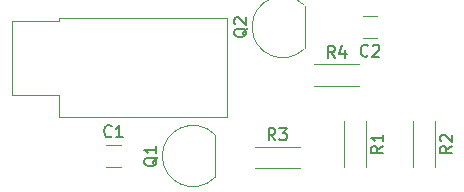
<source format=gbr>
%TF.GenerationSoftware,KiCad,Pcbnew,8.0.4*%
%TF.CreationDate,2024-08-09T00:28:27-05:00*%
%TF.ProjectId,FeatherDancer,46656174-6865-4724-9461-6e6365722e6b,rev?*%
%TF.SameCoordinates,Original*%
%TF.FileFunction,Legend,Top*%
%TF.FilePolarity,Positive*%
%FSLAX46Y46*%
G04 Gerber Fmt 4.6, Leading zero omitted, Abs format (unit mm)*
G04 Created by KiCad (PCBNEW 8.0.4) date 2024-08-09 00:28:27*
%MOMM*%
%LPD*%
G01*
G04 APERTURE LIST*
%ADD10C,0.150000*%
%ADD11C,0.120000*%
G04 APERTURE END LIST*
D10*
X146296833Y-109151819D02*
X145963500Y-108675628D01*
X145725405Y-109151819D02*
X145725405Y-108151819D01*
X145725405Y-108151819D02*
X146106357Y-108151819D01*
X146106357Y-108151819D02*
X146201595Y-108199438D01*
X146201595Y-108199438D02*
X146249214Y-108247057D01*
X146249214Y-108247057D02*
X146296833Y-108342295D01*
X146296833Y-108342295D02*
X146296833Y-108485152D01*
X146296833Y-108485152D02*
X146249214Y-108580390D01*
X146249214Y-108580390D02*
X146201595Y-108628009D01*
X146201595Y-108628009D02*
X146106357Y-108675628D01*
X146106357Y-108675628D02*
X145725405Y-108675628D01*
X146630167Y-108151819D02*
X147249214Y-108151819D01*
X147249214Y-108151819D02*
X146915881Y-108532771D01*
X146915881Y-108532771D02*
X147058738Y-108532771D01*
X147058738Y-108532771D02*
X147153976Y-108580390D01*
X147153976Y-108580390D02*
X147201595Y-108628009D01*
X147201595Y-108628009D02*
X147249214Y-108723247D01*
X147249214Y-108723247D02*
X147249214Y-108961342D01*
X147249214Y-108961342D02*
X147201595Y-109056580D01*
X147201595Y-109056580D02*
X147153976Y-109104200D01*
X147153976Y-109104200D02*
X147058738Y-109151819D01*
X147058738Y-109151819D02*
X146773024Y-109151819D01*
X146773024Y-109151819D02*
X146677786Y-109104200D01*
X146677786Y-109104200D02*
X146630167Y-109056580D01*
X151328333Y-102166819D02*
X150995000Y-101690628D01*
X150756905Y-102166819D02*
X150756905Y-101166819D01*
X150756905Y-101166819D02*
X151137857Y-101166819D01*
X151137857Y-101166819D02*
X151233095Y-101214438D01*
X151233095Y-101214438D02*
X151280714Y-101262057D01*
X151280714Y-101262057D02*
X151328333Y-101357295D01*
X151328333Y-101357295D02*
X151328333Y-101500152D01*
X151328333Y-101500152D02*
X151280714Y-101595390D01*
X151280714Y-101595390D02*
X151233095Y-101643009D01*
X151233095Y-101643009D02*
X151137857Y-101690628D01*
X151137857Y-101690628D02*
X150756905Y-101690628D01*
X152185476Y-101500152D02*
X152185476Y-102166819D01*
X151947381Y-101119200D02*
X151709286Y-101833485D01*
X151709286Y-101833485D02*
X152328333Y-101833485D01*
X161251819Y-109640666D02*
X160775628Y-109973999D01*
X161251819Y-110212094D02*
X160251819Y-110212094D01*
X160251819Y-110212094D02*
X160251819Y-109831142D01*
X160251819Y-109831142D02*
X160299438Y-109735904D01*
X160299438Y-109735904D02*
X160347057Y-109688285D01*
X160347057Y-109688285D02*
X160442295Y-109640666D01*
X160442295Y-109640666D02*
X160585152Y-109640666D01*
X160585152Y-109640666D02*
X160680390Y-109688285D01*
X160680390Y-109688285D02*
X160728009Y-109735904D01*
X160728009Y-109735904D02*
X160775628Y-109831142D01*
X160775628Y-109831142D02*
X160775628Y-110212094D01*
X160347057Y-109259713D02*
X160299438Y-109212094D01*
X160299438Y-109212094D02*
X160251819Y-109116856D01*
X160251819Y-109116856D02*
X160251819Y-108878761D01*
X160251819Y-108878761D02*
X160299438Y-108783523D01*
X160299438Y-108783523D02*
X160347057Y-108735904D01*
X160347057Y-108735904D02*
X160442295Y-108688285D01*
X160442295Y-108688285D02*
X160537533Y-108688285D01*
X160537533Y-108688285D02*
X160680390Y-108735904D01*
X160680390Y-108735904D02*
X161251819Y-109307332D01*
X161251819Y-109307332D02*
X161251819Y-108688285D01*
X154138333Y-101977580D02*
X154090714Y-102025200D01*
X154090714Y-102025200D02*
X153947857Y-102072819D01*
X153947857Y-102072819D02*
X153852619Y-102072819D01*
X153852619Y-102072819D02*
X153709762Y-102025200D01*
X153709762Y-102025200D02*
X153614524Y-101929961D01*
X153614524Y-101929961D02*
X153566905Y-101834723D01*
X153566905Y-101834723D02*
X153519286Y-101644247D01*
X153519286Y-101644247D02*
X153519286Y-101501390D01*
X153519286Y-101501390D02*
X153566905Y-101310914D01*
X153566905Y-101310914D02*
X153614524Y-101215676D01*
X153614524Y-101215676D02*
X153709762Y-101120438D01*
X153709762Y-101120438D02*
X153852619Y-101072819D01*
X153852619Y-101072819D02*
X153947857Y-101072819D01*
X153947857Y-101072819D02*
X154090714Y-101120438D01*
X154090714Y-101120438D02*
X154138333Y-101168057D01*
X154519286Y-101168057D02*
X154566905Y-101120438D01*
X154566905Y-101120438D02*
X154662143Y-101072819D01*
X154662143Y-101072819D02*
X154900238Y-101072819D01*
X154900238Y-101072819D02*
X154995476Y-101120438D01*
X154995476Y-101120438D02*
X155043095Y-101168057D01*
X155043095Y-101168057D02*
X155090714Y-101263295D01*
X155090714Y-101263295D02*
X155090714Y-101358533D01*
X155090714Y-101358533D02*
X155043095Y-101501390D01*
X155043095Y-101501390D02*
X154471667Y-102072819D01*
X154471667Y-102072819D02*
X155090714Y-102072819D01*
X132421333Y-108799580D02*
X132373714Y-108847200D01*
X132373714Y-108847200D02*
X132230857Y-108894819D01*
X132230857Y-108894819D02*
X132135619Y-108894819D01*
X132135619Y-108894819D02*
X131992762Y-108847200D01*
X131992762Y-108847200D02*
X131897524Y-108751961D01*
X131897524Y-108751961D02*
X131849905Y-108656723D01*
X131849905Y-108656723D02*
X131802286Y-108466247D01*
X131802286Y-108466247D02*
X131802286Y-108323390D01*
X131802286Y-108323390D02*
X131849905Y-108132914D01*
X131849905Y-108132914D02*
X131897524Y-108037676D01*
X131897524Y-108037676D02*
X131992762Y-107942438D01*
X131992762Y-107942438D02*
X132135619Y-107894819D01*
X132135619Y-107894819D02*
X132230857Y-107894819D01*
X132230857Y-107894819D02*
X132373714Y-107942438D01*
X132373714Y-107942438D02*
X132421333Y-107990057D01*
X133373714Y-108894819D02*
X132802286Y-108894819D01*
X133088000Y-108894819D02*
X133088000Y-107894819D01*
X133088000Y-107894819D02*
X132992762Y-108037676D01*
X132992762Y-108037676D02*
X132897524Y-108132914D01*
X132897524Y-108132914D02*
X132802286Y-108180533D01*
X155409819Y-109640666D02*
X154933628Y-109973999D01*
X155409819Y-110212094D02*
X154409819Y-110212094D01*
X154409819Y-110212094D02*
X154409819Y-109831142D01*
X154409819Y-109831142D02*
X154457438Y-109735904D01*
X154457438Y-109735904D02*
X154505057Y-109688285D01*
X154505057Y-109688285D02*
X154600295Y-109640666D01*
X154600295Y-109640666D02*
X154743152Y-109640666D01*
X154743152Y-109640666D02*
X154838390Y-109688285D01*
X154838390Y-109688285D02*
X154886009Y-109735904D01*
X154886009Y-109735904D02*
X154933628Y-109831142D01*
X154933628Y-109831142D02*
X154933628Y-110212094D01*
X155409819Y-108688285D02*
X155409819Y-109259713D01*
X155409819Y-108973999D02*
X154409819Y-108973999D01*
X154409819Y-108973999D02*
X154552676Y-109069237D01*
X154552676Y-109069237D02*
X154647914Y-109164475D01*
X154647914Y-109164475D02*
X154695533Y-109259713D01*
X136309057Y-110585238D02*
X136261438Y-110680476D01*
X136261438Y-110680476D02*
X136166200Y-110775714D01*
X136166200Y-110775714D02*
X136023342Y-110918571D01*
X136023342Y-110918571D02*
X135975723Y-111013809D01*
X135975723Y-111013809D02*
X135975723Y-111109047D01*
X136213819Y-111061428D02*
X136166200Y-111156666D01*
X136166200Y-111156666D02*
X136070961Y-111251904D01*
X136070961Y-111251904D02*
X135880485Y-111299523D01*
X135880485Y-111299523D02*
X135547152Y-111299523D01*
X135547152Y-111299523D02*
X135356676Y-111251904D01*
X135356676Y-111251904D02*
X135261438Y-111156666D01*
X135261438Y-111156666D02*
X135213819Y-111061428D01*
X135213819Y-111061428D02*
X135213819Y-110870952D01*
X135213819Y-110870952D02*
X135261438Y-110775714D01*
X135261438Y-110775714D02*
X135356676Y-110680476D01*
X135356676Y-110680476D02*
X135547152Y-110632857D01*
X135547152Y-110632857D02*
X135880485Y-110632857D01*
X135880485Y-110632857D02*
X136070961Y-110680476D01*
X136070961Y-110680476D02*
X136166200Y-110775714D01*
X136166200Y-110775714D02*
X136213819Y-110870952D01*
X136213819Y-110870952D02*
X136213819Y-111061428D01*
X136213819Y-109680476D02*
X136213819Y-110251904D01*
X136213819Y-109966190D02*
X135213819Y-109966190D01*
X135213819Y-109966190D02*
X135356676Y-110061428D01*
X135356676Y-110061428D02*
X135451914Y-110156666D01*
X135451914Y-110156666D02*
X135499533Y-110251904D01*
X143908057Y-99663238D02*
X143860438Y-99758476D01*
X143860438Y-99758476D02*
X143765200Y-99853714D01*
X143765200Y-99853714D02*
X143622342Y-99996571D01*
X143622342Y-99996571D02*
X143574723Y-100091809D01*
X143574723Y-100091809D02*
X143574723Y-100187047D01*
X143812819Y-100139428D02*
X143765200Y-100234666D01*
X143765200Y-100234666D02*
X143669961Y-100329904D01*
X143669961Y-100329904D02*
X143479485Y-100377523D01*
X143479485Y-100377523D02*
X143146152Y-100377523D01*
X143146152Y-100377523D02*
X142955676Y-100329904D01*
X142955676Y-100329904D02*
X142860438Y-100234666D01*
X142860438Y-100234666D02*
X142812819Y-100139428D01*
X142812819Y-100139428D02*
X142812819Y-99948952D01*
X142812819Y-99948952D02*
X142860438Y-99853714D01*
X142860438Y-99853714D02*
X142955676Y-99758476D01*
X142955676Y-99758476D02*
X143146152Y-99710857D01*
X143146152Y-99710857D02*
X143479485Y-99710857D01*
X143479485Y-99710857D02*
X143669961Y-99758476D01*
X143669961Y-99758476D02*
X143765200Y-99853714D01*
X143765200Y-99853714D02*
X143812819Y-99948952D01*
X143812819Y-99948952D02*
X143812819Y-100139428D01*
X142908057Y-99329904D02*
X142860438Y-99282285D01*
X142860438Y-99282285D02*
X142812819Y-99187047D01*
X142812819Y-99187047D02*
X142812819Y-98948952D01*
X142812819Y-98948952D02*
X142860438Y-98853714D01*
X142860438Y-98853714D02*
X142908057Y-98806095D01*
X142908057Y-98806095D02*
X143003295Y-98758476D01*
X143003295Y-98758476D02*
X143098533Y-98758476D01*
X143098533Y-98758476D02*
X143241390Y-98806095D01*
X143241390Y-98806095D02*
X143812819Y-99377523D01*
X143812819Y-99377523D02*
X143812819Y-98758476D01*
D11*
%TO.C,R3*%
X144543500Y-109697000D02*
X148383500Y-109697000D01*
X144543500Y-111537000D02*
X148383500Y-111537000D01*
%TO.C,R4*%
X149575000Y-102712000D02*
X153415000Y-102712000D01*
X149575000Y-104552000D02*
X153415000Y-104552000D01*
%TO.C,R2*%
X157957000Y-107554000D02*
X157957000Y-111394000D01*
X159797000Y-107554000D02*
X159797000Y-111394000D01*
%TO.C,C2*%
X154934000Y-100488000D02*
X153676000Y-100488000D01*
X154934000Y-98648000D02*
X153676000Y-98648000D01*
%TO.C,J3*%
X127976000Y-107217000D02*
X127976000Y-105317000D01*
X142216000Y-107217000D02*
X127976000Y-107217000D01*
X123976000Y-105317000D02*
X123976000Y-99077000D01*
X127976000Y-105317000D02*
X123976000Y-105317000D01*
X123976000Y-99077000D02*
X127976000Y-99077000D01*
X127976000Y-99077000D02*
X127976000Y-98777000D01*
X127976000Y-98777000D02*
X142216000Y-98777000D01*
X142216000Y-98777000D02*
X142216000Y-107217000D01*
%TO.C,C1*%
X131959000Y-109570000D02*
X133217000Y-109570000D01*
X131959000Y-111410000D02*
X133217000Y-111410000D01*
%TO.C,R1*%
X152115000Y-107554000D02*
X152115000Y-111394000D01*
X153955000Y-107554000D02*
X153955000Y-111394000D01*
%TO.C,Q1*%
X141169000Y-112290000D02*
X141169000Y-108690000D01*
X141157478Y-112328478D02*
G75*
G02*
X136718999Y-110490000I-1838478J1838478D01*
G01*
X136719000Y-110490000D02*
G75*
G02*
X141157478Y-108651522I2600000J0D01*
G01*
%TO.C,Q2*%
X148768000Y-101368000D02*
X148768000Y-97768000D01*
X148756478Y-101406478D02*
G75*
G02*
X144317999Y-99568000I-1838478J1838478D01*
G01*
X144318000Y-99568000D02*
G75*
G02*
X148756478Y-97729522I2600000J0D01*
G01*
%TD*%
M02*

</source>
